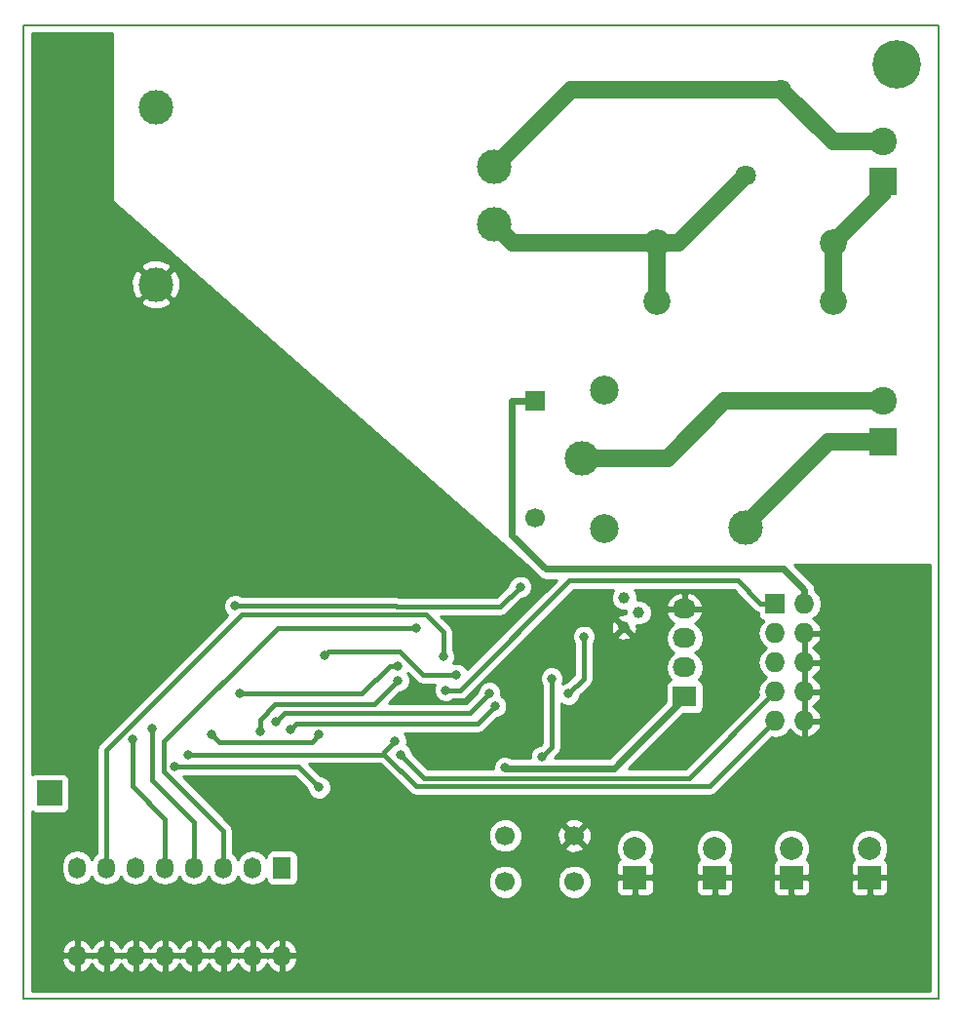
<source format=gbl>
G04 #@! TF.FileFunction,Copper,L2,Bot,Signal*
%FSLAX46Y46*%
G04 Gerber Fmt 4.6, Leading zero omitted, Abs format (unit mm)*
G04 Created by KiCad (PCBNEW 4.1.0-alpha+201607200717+6988~46~ubuntu14.04.1-product) date Thu Jul 21 10:48:00 2016*
%MOMM*%
%LPD*%
G01*
G04 APERTURE LIST*
%ADD10C,0.100000*%
%ADD11C,0.150000*%
%ADD12C,4.200000*%
%ADD13C,3.000000*%
%ADD14R,1.727200X1.727200*%
%ADD15O,1.727200X1.727200*%
%ADD16R,2.000000X2.000000*%
%ADD17C,2.000000*%
%ADD18C,1.699260*%
%ADD19R,1.699260X1.699260*%
%ADD20R,2.032000X1.727200*%
%ADD21O,2.032000X1.727200*%
%ADD22R,2.235200X2.235200*%
%ADD23C,1.000760*%
%ADD24C,1.700000*%
%ADD25C,2.400000*%
%ADD26R,2.400000X2.400000*%
%ADD27C,2.349500*%
%ADD28C,1.800000*%
%ADD29R,1.524000X1.824000*%
%ADD30O,1.524000X1.824000*%
%ADD31C,2.500000*%
%ADD32C,0.800000*%
%ADD33C,0.600000*%
%ADD34C,0.400000*%
%ADD35C,1.500000*%
%ADD36C,0.254000*%
G04 APERTURE END LIST*
D10*
D11*
X98298000Y-132207000D02*
X98298000Y-47688500D01*
X177736500Y-132207000D02*
X98298000Y-132207000D01*
X177736500Y-47688500D02*
X177736500Y-132207000D01*
X98298000Y-47688500D02*
X177736500Y-47688500D01*
D12*
X174117000Y-128397000D03*
X101727000Y-80073500D03*
X174117000Y-51117500D03*
X130175000Y-128270000D03*
X174117000Y-96964500D03*
D13*
X139160000Y-64984000D03*
X139160000Y-59984000D03*
X109760000Y-70184000D03*
X109760000Y-54784000D03*
D14*
X163576000Y-97917000D03*
D15*
X166116000Y-97917000D03*
X163576000Y-100457000D03*
X166116000Y-100457000D03*
X163576000Y-102997000D03*
X166116000Y-102997000D03*
X163576000Y-105537000D03*
X166116000Y-105537000D03*
X163576000Y-108077000D03*
X166116000Y-108077000D03*
D16*
X151384000Y-121666000D03*
D17*
X151384000Y-119126000D03*
D16*
X158305500Y-121666000D03*
D17*
X158305500Y-119126000D03*
D16*
X164973000Y-121666000D03*
D17*
X164973000Y-119126000D03*
D16*
X171767500Y-121666000D03*
D17*
X171767500Y-119126000D03*
D18*
X142748000Y-90487500D03*
D19*
X142748000Y-80327500D03*
D20*
X155702000Y-105981500D03*
D21*
X155702000Y-103441500D03*
X155702000Y-100901500D03*
X155702000Y-98361500D03*
D22*
X100520500Y-114363500D03*
D23*
X151701500Y-98670000D03*
X150431500Y-99940000D03*
X150431500Y-97400000D03*
D24*
X146113500Y-122047000D03*
X140113500Y-122047000D03*
X146113500Y-118047000D03*
X140113500Y-118047000D03*
D25*
X172974000Y-57777500D03*
D26*
X172974000Y-61277500D03*
D25*
X172974000Y-80320000D03*
D26*
X172974000Y-83820000D03*
D27*
X153311860Y-71691500D03*
X153311860Y-66611500D03*
X168633140Y-71691500D03*
X168633140Y-66611500D03*
D28*
X160972500Y-60769500D03*
X164072500Y-53269500D03*
D12*
X101600000Y-51308000D03*
D29*
X120713500Y-120840500D03*
D30*
X120713500Y-128460500D03*
X118173500Y-120840500D03*
X118173500Y-128460500D03*
X115633500Y-120840500D03*
X115633500Y-128460500D03*
X113093500Y-120840500D03*
X113093500Y-128460500D03*
X110553500Y-120840500D03*
X110553500Y-128460500D03*
X108013500Y-120840500D03*
X108013500Y-128460500D03*
X105473500Y-120840500D03*
X105473500Y-128460500D03*
X102933500Y-120840500D03*
X102933500Y-128460500D03*
D31*
X148722500Y-91361500D03*
X148722500Y-79361500D03*
D13*
X146772500Y-85311500D03*
X160972500Y-91311500D03*
D32*
X135890000Y-104076500D03*
X124396500Y-102425500D03*
X140081000Y-112141000D03*
X134937500Y-105410000D03*
X143289924Y-111204490D03*
X144145000Y-104394000D03*
X131000500Y-110998000D03*
X130556000Y-109855000D03*
X112585500Y-110998000D03*
X145605500Y-105727500D03*
X146939000Y-100774500D03*
X141413306Y-96449071D03*
X116649500Y-98107500D03*
X114617500Y-109283504D03*
X123952000Y-109283500D03*
X123952000Y-113855500D03*
X111390010Y-112077500D03*
X121447721Y-108844610D03*
X139255500Y-106807000D03*
X120205500Y-108140500D03*
X138747500Y-105664000D03*
X132397500Y-100012500D03*
X109400451Y-108757676D03*
X130810004Y-103314500D03*
X117095404Y-105718000D03*
X107736187Y-109657686D03*
X130810000Y-104584496D03*
X118808500Y-109029500D03*
X134747000Y-102489000D03*
D33*
X166116000Y-97917000D02*
X166116000Y-96695686D01*
X166116000Y-96695686D02*
X164320314Y-94900000D01*
X164320314Y-94900000D02*
X143668000Y-94900000D01*
X143668000Y-94900000D02*
X140716000Y-91948000D01*
X140716000Y-91948000D02*
X140716000Y-80327500D01*
X140716000Y-80327500D02*
X142748000Y-80327500D01*
D34*
X124396500Y-102425500D02*
X124796499Y-102025501D01*
X130916503Y-102025501D02*
X132967502Y-104076500D01*
X132967502Y-104076500D02*
X135890000Y-104076500D01*
X124796499Y-102025501D02*
X130916503Y-102025501D01*
D33*
X155702000Y-106045000D02*
X149542500Y-112204500D01*
X140144500Y-112204500D02*
X140081000Y-112141000D01*
X149542500Y-112204500D02*
X140144500Y-112204500D01*
D34*
X155702000Y-105981500D02*
X155702000Y-106045000D01*
X163576000Y-97917000D02*
X162312400Y-97917000D01*
X162312400Y-97917000D02*
X160295400Y-95900000D01*
X136206002Y-105410000D02*
X134937500Y-105410000D01*
X160295400Y-95900000D02*
X145716002Y-95900000D01*
X145716002Y-95900000D02*
X136206002Y-105410000D01*
X144145000Y-104394000D02*
X144145000Y-110349414D01*
X144145000Y-110349414D02*
X143289924Y-111204490D01*
X133043502Y-113041002D02*
X131000500Y-110998000D01*
X163576000Y-105537000D02*
X156071998Y-113041002D01*
X156071998Y-113041002D02*
X133043502Y-113041002D01*
X129603500Y-110807500D02*
X130556000Y-109855000D01*
X129603500Y-110998000D02*
X129603500Y-110807500D01*
X132346513Y-113741013D02*
X129603500Y-110998000D01*
X157911987Y-113741013D02*
X132346513Y-113741013D01*
X163576000Y-108077000D02*
X157911987Y-113741013D01*
X112585500Y-110998000D02*
X129603500Y-110998000D01*
X146939000Y-104394000D02*
X145605500Y-105727500D01*
X146939000Y-100774500D02*
X146939000Y-104394000D01*
X130608557Y-98107500D02*
X130659545Y-98158488D01*
X130659545Y-98158488D02*
X139703889Y-98158488D01*
X116649500Y-98107500D02*
X130608557Y-98107500D01*
X139703889Y-98158488D02*
X141413306Y-96449071D01*
X123305984Y-109929516D02*
X115263512Y-109929516D01*
X115263512Y-109929516D02*
X114617500Y-109283504D01*
X123952000Y-109283500D02*
X123305984Y-109929516D01*
X122174000Y-112077500D02*
X123952000Y-113855500D01*
X111390010Y-112077500D02*
X122174000Y-112077500D01*
D35*
X164072500Y-53269500D02*
X145874500Y-53269500D01*
X145874500Y-53269500D02*
X139160000Y-59984000D01*
X172974000Y-57777500D02*
X168580500Y-57777500D01*
X168580500Y-57777500D02*
X164072500Y-53269500D01*
X160972500Y-91311500D02*
X160972500Y-91027500D01*
X160972500Y-91027500D02*
X168180000Y-83820000D01*
X168180000Y-83820000D02*
X172974000Y-83820000D01*
X146772500Y-85311500D02*
X154188500Y-85311500D01*
X154188500Y-85311500D02*
X159180000Y-80320000D01*
X159180000Y-80320000D02*
X172974000Y-80320000D01*
X153311860Y-66611500D02*
X140787500Y-66611500D01*
X140787500Y-66611500D02*
X139160000Y-64984000D01*
X153311860Y-66611500D02*
X155130500Y-66611500D01*
X155130500Y-66611500D02*
X160972500Y-60769500D01*
X153311860Y-66611500D02*
X153311860Y-71691500D01*
X168633140Y-66611500D02*
X168633140Y-71691500D01*
X172974000Y-61277500D02*
X172974000Y-62270640D01*
X172974000Y-62270640D02*
X168633140Y-66611500D01*
D34*
X121961331Y-108331000D02*
X121447721Y-108844610D01*
X137731500Y-108331000D02*
X121961331Y-108331000D01*
X139255500Y-106807000D02*
X137731500Y-108331000D01*
X120978502Y-107367498D02*
X120205500Y-108140500D01*
X137044002Y-107367498D02*
X120978502Y-107367498D01*
X138747500Y-105664000D02*
X137044002Y-107367498D01*
X120332500Y-100012500D02*
X132397500Y-100012500D01*
X110490000Y-109855000D02*
X120332500Y-100012500D01*
X115633500Y-117602000D02*
X110490000Y-112458500D01*
X115633500Y-120840500D02*
X115633500Y-117602000D01*
X110490000Y-112458500D02*
X110490000Y-109855000D01*
X109400451Y-113210451D02*
X109400451Y-108757676D01*
X113093500Y-116903500D02*
X109400451Y-113210451D01*
X113093500Y-120840500D02*
X113093500Y-116903500D01*
X130072010Y-103314500D02*
X130810004Y-103314500D01*
X127668510Y-105718000D02*
X130072010Y-103314500D01*
X117095404Y-105718000D02*
X127668510Y-105718000D01*
X107736187Y-113768687D02*
X107736187Y-109657686D01*
X110553500Y-116586000D02*
X107736187Y-113768687D01*
X110553500Y-120840500D02*
X110553500Y-116586000D01*
X128776486Y-106618010D02*
X130810000Y-104584496D01*
X120141986Y-106618010D02*
X128776486Y-106618010D01*
X118808500Y-107951496D02*
X120141986Y-106618010D01*
X118808500Y-109029500D02*
X118808500Y-107951496D01*
X117190860Y-98871011D02*
X133224511Y-98871011D01*
X105473500Y-110588371D02*
X117190860Y-98871011D01*
X105473500Y-120840500D02*
X105473500Y-110588371D01*
X134747000Y-100393500D02*
X134747000Y-102489000D01*
X133224511Y-98871011D02*
X134747000Y-100393500D01*
D36*
G36*
X105973000Y-62900000D02*
X105986141Y-62956259D01*
X106016338Y-62995549D01*
X126916100Y-81295341D01*
X141916100Y-94495341D01*
X141951399Y-94517333D01*
X141965934Y-94520224D01*
X143006855Y-95561145D01*
X143310191Y-95763827D01*
X143668000Y-95835000D01*
X144600134Y-95835000D01*
X136819462Y-103615672D01*
X136767942Y-103490985D01*
X136477046Y-103199581D01*
X136096777Y-103041680D01*
X135685029Y-103041321D01*
X135628668Y-103064609D01*
X135781820Y-102695777D01*
X135782179Y-102284029D01*
X135624942Y-101903485D01*
X135582000Y-101860468D01*
X135582000Y-100393500D01*
X135569369Y-100330000D01*
X135518440Y-100073960D01*
X135337434Y-99803066D01*
X134527856Y-98993488D01*
X139703889Y-98993488D01*
X140023430Y-98929927D01*
X140294323Y-98748922D01*
X141559047Y-97484198D01*
X141618277Y-97484250D01*
X141998821Y-97327013D01*
X142290225Y-97036117D01*
X142448126Y-96655848D01*
X142448485Y-96244100D01*
X142291248Y-95863556D01*
X142000352Y-95572152D01*
X141620083Y-95414251D01*
X141208335Y-95413892D01*
X140827791Y-95571129D01*
X140536387Y-95862025D01*
X140378486Y-96242294D01*
X140378433Y-96303076D01*
X139358021Y-97323488D01*
X130864890Y-97323488D01*
X130608557Y-97272500D01*
X117278392Y-97272500D01*
X117236546Y-97230581D01*
X116856277Y-97072680D01*
X116444529Y-97072321D01*
X116063985Y-97229558D01*
X115772581Y-97520454D01*
X115614680Y-97900723D01*
X115614321Y-98312471D01*
X115771558Y-98693015D01*
X115979591Y-98901412D01*
X104883066Y-109997937D01*
X104702061Y-110268830D01*
X104638500Y-110588371D01*
X104638500Y-119570247D01*
X104485672Y-119672364D01*
X104203500Y-120094663D01*
X103921328Y-119672364D01*
X103468109Y-119369532D01*
X102933500Y-119263192D01*
X102398891Y-119369532D01*
X101945672Y-119672364D01*
X101642840Y-120125583D01*
X101536500Y-120660192D01*
X101536500Y-121020808D01*
X101642840Y-121555417D01*
X101945672Y-122008636D01*
X102398891Y-122311468D01*
X102933500Y-122417808D01*
X103468109Y-122311468D01*
X103921328Y-122008636D01*
X104203500Y-121586337D01*
X104485672Y-122008636D01*
X104938891Y-122311468D01*
X105473500Y-122417808D01*
X106008109Y-122311468D01*
X106461328Y-122008636D01*
X106743500Y-121586337D01*
X107025672Y-122008636D01*
X107478891Y-122311468D01*
X108013500Y-122417808D01*
X108548109Y-122311468D01*
X109001328Y-122008636D01*
X109283500Y-121586337D01*
X109565672Y-122008636D01*
X110018891Y-122311468D01*
X110553500Y-122417808D01*
X111088109Y-122311468D01*
X111541328Y-122008636D01*
X111823500Y-121586337D01*
X112105672Y-122008636D01*
X112558891Y-122311468D01*
X113093500Y-122417808D01*
X113628109Y-122311468D01*
X114081328Y-122008636D01*
X114363500Y-121586337D01*
X114645672Y-122008636D01*
X115098891Y-122311468D01*
X115633500Y-122417808D01*
X116168109Y-122311468D01*
X116621328Y-122008636D01*
X116903500Y-121586337D01*
X117185672Y-122008636D01*
X117638891Y-122311468D01*
X118173500Y-122417808D01*
X118708109Y-122311468D01*
X119161328Y-122008636D01*
X119310578Y-121785268D01*
X119353343Y-122000265D01*
X119493691Y-122210309D01*
X119703735Y-122350657D01*
X119951500Y-122399940D01*
X121475500Y-122399940D01*
X121723265Y-122350657D01*
X121737584Y-122341089D01*
X138628243Y-122341089D01*
X138853844Y-122887086D01*
X139271217Y-123305188D01*
X139816819Y-123531742D01*
X140407589Y-123532257D01*
X140953586Y-123306656D01*
X141371688Y-122889283D01*
X141598242Y-122343681D01*
X141598244Y-122341089D01*
X144628243Y-122341089D01*
X144853844Y-122887086D01*
X145271217Y-123305188D01*
X145816819Y-123531742D01*
X146407589Y-123532257D01*
X146953586Y-123306656D01*
X147371688Y-122889283D01*
X147598242Y-122343681D01*
X147598583Y-121951750D01*
X149749000Y-121951750D01*
X149749000Y-122792310D01*
X149845673Y-123025699D01*
X150024302Y-123204327D01*
X150257691Y-123301000D01*
X151098250Y-123301000D01*
X151257000Y-123142250D01*
X151257000Y-121793000D01*
X151511000Y-121793000D01*
X151511000Y-123142250D01*
X151669750Y-123301000D01*
X152510309Y-123301000D01*
X152743698Y-123204327D01*
X152922327Y-123025699D01*
X153019000Y-122792310D01*
X153019000Y-121951750D01*
X156670500Y-121951750D01*
X156670500Y-122792310D01*
X156767173Y-123025699D01*
X156945802Y-123204327D01*
X157179191Y-123301000D01*
X158019750Y-123301000D01*
X158178500Y-123142250D01*
X158178500Y-121793000D01*
X158432500Y-121793000D01*
X158432500Y-123142250D01*
X158591250Y-123301000D01*
X159431809Y-123301000D01*
X159665198Y-123204327D01*
X159843827Y-123025699D01*
X159940500Y-122792310D01*
X159940500Y-121951750D01*
X163338000Y-121951750D01*
X163338000Y-122792310D01*
X163434673Y-123025699D01*
X163613302Y-123204327D01*
X163846691Y-123301000D01*
X164687250Y-123301000D01*
X164846000Y-123142250D01*
X164846000Y-121793000D01*
X165100000Y-121793000D01*
X165100000Y-123142250D01*
X165258750Y-123301000D01*
X166099309Y-123301000D01*
X166332698Y-123204327D01*
X166511327Y-123025699D01*
X166608000Y-122792310D01*
X166608000Y-121951750D01*
X170132500Y-121951750D01*
X170132500Y-122792310D01*
X170229173Y-123025699D01*
X170407802Y-123204327D01*
X170641191Y-123301000D01*
X171481750Y-123301000D01*
X171640500Y-123142250D01*
X171640500Y-121793000D01*
X171894500Y-121793000D01*
X171894500Y-123142250D01*
X172053250Y-123301000D01*
X172893809Y-123301000D01*
X173127198Y-123204327D01*
X173305827Y-123025699D01*
X173402500Y-122792310D01*
X173402500Y-121951750D01*
X173243750Y-121793000D01*
X171894500Y-121793000D01*
X171640500Y-121793000D01*
X170291250Y-121793000D01*
X170132500Y-121951750D01*
X166608000Y-121951750D01*
X166449250Y-121793000D01*
X165100000Y-121793000D01*
X164846000Y-121793000D01*
X163496750Y-121793000D01*
X163338000Y-121951750D01*
X159940500Y-121951750D01*
X159781750Y-121793000D01*
X158432500Y-121793000D01*
X158178500Y-121793000D01*
X156829250Y-121793000D01*
X156670500Y-121951750D01*
X153019000Y-121951750D01*
X152860250Y-121793000D01*
X151511000Y-121793000D01*
X151257000Y-121793000D01*
X149907750Y-121793000D01*
X149749000Y-121951750D01*
X147598583Y-121951750D01*
X147598757Y-121752911D01*
X147373156Y-121206914D01*
X146955783Y-120788812D01*
X146410181Y-120562258D01*
X145819411Y-120561743D01*
X145273414Y-120787344D01*
X144855312Y-121204717D01*
X144628758Y-121750319D01*
X144628243Y-122341089D01*
X141598244Y-122341089D01*
X141598757Y-121752911D01*
X141373156Y-121206914D01*
X140955783Y-120788812D01*
X140410181Y-120562258D01*
X139819411Y-120561743D01*
X139273414Y-120787344D01*
X138855312Y-121204717D01*
X138628758Y-121750319D01*
X138628243Y-122341089D01*
X121737584Y-122341089D01*
X121933309Y-122210309D01*
X122073657Y-122000265D01*
X122122940Y-121752500D01*
X122122940Y-119928500D01*
X122073657Y-119680735D01*
X121933309Y-119470691D01*
X121723265Y-119330343D01*
X121475500Y-119281060D01*
X119951500Y-119281060D01*
X119703735Y-119330343D01*
X119493691Y-119470691D01*
X119353343Y-119680735D01*
X119310578Y-119895732D01*
X119161328Y-119672364D01*
X118708109Y-119369532D01*
X118173500Y-119263192D01*
X117638891Y-119369532D01*
X117185672Y-119672364D01*
X116903500Y-120094663D01*
X116621328Y-119672364D01*
X116468500Y-119570247D01*
X116468500Y-118341089D01*
X138628243Y-118341089D01*
X138853844Y-118887086D01*
X139271217Y-119305188D01*
X139816819Y-119531742D01*
X140407589Y-119532257D01*
X140953586Y-119306656D01*
X141169660Y-119090958D01*
X145249147Y-119090958D01*
X145329420Y-119342259D01*
X145884779Y-119543718D01*
X146474958Y-119517315D01*
X146637965Y-119449795D01*
X149748716Y-119449795D01*
X149997106Y-120050943D01*
X150059251Y-120113197D01*
X150024302Y-120127673D01*
X149845673Y-120306301D01*
X149749000Y-120539690D01*
X149749000Y-121380250D01*
X149907750Y-121539000D01*
X151257000Y-121539000D01*
X151257000Y-121519000D01*
X151511000Y-121519000D01*
X151511000Y-121539000D01*
X152860250Y-121539000D01*
X153019000Y-121380250D01*
X153019000Y-120539690D01*
X152922327Y-120306301D01*
X152743698Y-120127673D01*
X152709166Y-120113370D01*
X152769278Y-120053363D01*
X153018716Y-119452648D01*
X153018718Y-119449795D01*
X156670216Y-119449795D01*
X156918606Y-120050943D01*
X156980751Y-120113197D01*
X156945802Y-120127673D01*
X156767173Y-120306301D01*
X156670500Y-120539690D01*
X156670500Y-121380250D01*
X156829250Y-121539000D01*
X158178500Y-121539000D01*
X158178500Y-121519000D01*
X158432500Y-121519000D01*
X158432500Y-121539000D01*
X159781750Y-121539000D01*
X159940500Y-121380250D01*
X159940500Y-120539690D01*
X159843827Y-120306301D01*
X159665198Y-120127673D01*
X159630666Y-120113370D01*
X159690778Y-120053363D01*
X159940216Y-119452648D01*
X159940218Y-119449795D01*
X163337716Y-119449795D01*
X163586106Y-120050943D01*
X163648251Y-120113197D01*
X163613302Y-120127673D01*
X163434673Y-120306301D01*
X163338000Y-120539690D01*
X163338000Y-121380250D01*
X163496750Y-121539000D01*
X164846000Y-121539000D01*
X164846000Y-121519000D01*
X165100000Y-121519000D01*
X165100000Y-121539000D01*
X166449250Y-121539000D01*
X166608000Y-121380250D01*
X166608000Y-120539690D01*
X166511327Y-120306301D01*
X166332698Y-120127673D01*
X166298166Y-120113370D01*
X166358278Y-120053363D01*
X166607716Y-119452648D01*
X166607718Y-119449795D01*
X170132216Y-119449795D01*
X170380606Y-120050943D01*
X170442751Y-120113197D01*
X170407802Y-120127673D01*
X170229173Y-120306301D01*
X170132500Y-120539690D01*
X170132500Y-121380250D01*
X170291250Y-121539000D01*
X171640500Y-121539000D01*
X171640500Y-121519000D01*
X171894500Y-121519000D01*
X171894500Y-121539000D01*
X173243750Y-121539000D01*
X173402500Y-121380250D01*
X173402500Y-120539690D01*
X173305827Y-120306301D01*
X173127198Y-120127673D01*
X173092666Y-120113370D01*
X173152778Y-120053363D01*
X173402216Y-119452648D01*
X173402784Y-118802205D01*
X173154394Y-118201057D01*
X172694863Y-117740722D01*
X172094148Y-117491284D01*
X171443705Y-117490716D01*
X170842557Y-117739106D01*
X170382222Y-118198637D01*
X170132784Y-118799352D01*
X170132216Y-119449795D01*
X166607718Y-119449795D01*
X166608284Y-118802205D01*
X166359894Y-118201057D01*
X165900363Y-117740722D01*
X165299648Y-117491284D01*
X164649205Y-117490716D01*
X164048057Y-117739106D01*
X163587722Y-118198637D01*
X163338284Y-118799352D01*
X163337716Y-119449795D01*
X159940218Y-119449795D01*
X159940784Y-118802205D01*
X159692394Y-118201057D01*
X159232863Y-117740722D01*
X158632148Y-117491284D01*
X157981705Y-117490716D01*
X157380557Y-117739106D01*
X156920222Y-118198637D01*
X156670784Y-118799352D01*
X156670216Y-119449795D01*
X153018718Y-119449795D01*
X153019284Y-118802205D01*
X152770894Y-118201057D01*
X152311363Y-117740722D01*
X151710648Y-117491284D01*
X151060205Y-117490716D01*
X150459057Y-117739106D01*
X149998722Y-118198637D01*
X149749284Y-118799352D01*
X149748716Y-119449795D01*
X146637965Y-119449795D01*
X146897580Y-119342259D01*
X146977853Y-119090958D01*
X146113500Y-118226605D01*
X145249147Y-119090958D01*
X141169660Y-119090958D01*
X141371688Y-118889283D01*
X141598242Y-118343681D01*
X141598700Y-117818279D01*
X144616782Y-117818279D01*
X144643185Y-118408458D01*
X144818241Y-118831080D01*
X145069542Y-118911353D01*
X145933895Y-118047000D01*
X146293105Y-118047000D01*
X147157458Y-118911353D01*
X147408759Y-118831080D01*
X147610218Y-118275721D01*
X147583815Y-117685542D01*
X147408759Y-117262920D01*
X147157458Y-117182647D01*
X146293105Y-118047000D01*
X145933895Y-118047000D01*
X145069542Y-117182647D01*
X144818241Y-117262920D01*
X144616782Y-117818279D01*
X141598700Y-117818279D01*
X141598757Y-117752911D01*
X141373156Y-117206914D01*
X141169640Y-117003042D01*
X145249147Y-117003042D01*
X146113500Y-117867395D01*
X146977853Y-117003042D01*
X146897580Y-116751741D01*
X146342221Y-116550282D01*
X145752042Y-116576685D01*
X145329420Y-116751741D01*
X145249147Y-117003042D01*
X141169640Y-117003042D01*
X140955783Y-116788812D01*
X140410181Y-116562258D01*
X139819411Y-116561743D01*
X139273414Y-116787344D01*
X138855312Y-117204717D01*
X138628758Y-117750319D01*
X138628243Y-118341089D01*
X116468500Y-118341089D01*
X116468500Y-117602000D01*
X116404939Y-117282459D01*
X116223934Y-117011566D01*
X112124868Y-112912500D01*
X121828132Y-112912500D01*
X122916873Y-114001241D01*
X122916821Y-114060471D01*
X123074058Y-114441015D01*
X123364954Y-114732419D01*
X123745223Y-114890320D01*
X124156971Y-114890679D01*
X124537515Y-114733442D01*
X124828919Y-114442546D01*
X124986820Y-114062277D01*
X124987179Y-113650529D01*
X124829942Y-113269985D01*
X124539046Y-112978581D01*
X124158777Y-112820680D01*
X124097995Y-112820627D01*
X123110368Y-111833000D01*
X129257632Y-111833000D01*
X131756079Y-114331447D01*
X132026972Y-114512452D01*
X132346513Y-114576013D01*
X157911987Y-114576013D01*
X158231528Y-114512452D01*
X158502421Y-114331447D01*
X163306112Y-109527756D01*
X163546641Y-109575600D01*
X163605359Y-109575600D01*
X164178848Y-109461526D01*
X164665029Y-109136670D01*
X164845992Y-108865839D01*
X165227510Y-109283821D01*
X165756973Y-109531968D01*
X165989000Y-109411469D01*
X165989000Y-108204000D01*
X166243000Y-108204000D01*
X166243000Y-109411469D01*
X166475027Y-109531968D01*
X167004490Y-109283821D01*
X167398688Y-108851947D01*
X167570958Y-108436026D01*
X167449817Y-108204000D01*
X166243000Y-108204000D01*
X165989000Y-108204000D01*
X165969000Y-108204000D01*
X165969000Y-107950000D01*
X165989000Y-107950000D01*
X165989000Y-105664000D01*
X166243000Y-105664000D01*
X166243000Y-107950000D01*
X167449817Y-107950000D01*
X167570958Y-107717974D01*
X167398688Y-107302053D01*
X167004490Y-106870179D01*
X166869687Y-106807000D01*
X167004490Y-106743821D01*
X167398688Y-106311947D01*
X167570958Y-105896026D01*
X167449817Y-105664000D01*
X166243000Y-105664000D01*
X165989000Y-105664000D01*
X165969000Y-105664000D01*
X165969000Y-105410000D01*
X165989000Y-105410000D01*
X165989000Y-103124000D01*
X166243000Y-103124000D01*
X166243000Y-105410000D01*
X167449817Y-105410000D01*
X167570958Y-105177974D01*
X167398688Y-104762053D01*
X167004490Y-104330179D01*
X166869687Y-104267000D01*
X167004490Y-104203821D01*
X167398688Y-103771947D01*
X167570958Y-103356026D01*
X167449817Y-103124000D01*
X166243000Y-103124000D01*
X165989000Y-103124000D01*
X165969000Y-103124000D01*
X165969000Y-102870000D01*
X165989000Y-102870000D01*
X165989000Y-100584000D01*
X166243000Y-100584000D01*
X166243000Y-102870000D01*
X167449817Y-102870000D01*
X167570958Y-102637974D01*
X167398688Y-102222053D01*
X167004490Y-101790179D01*
X166869687Y-101727000D01*
X167004490Y-101663821D01*
X167398688Y-101231947D01*
X167570958Y-100816026D01*
X167449817Y-100584000D01*
X166243000Y-100584000D01*
X165989000Y-100584000D01*
X165969000Y-100584000D01*
X165969000Y-100330000D01*
X165989000Y-100330000D01*
X165989000Y-100310000D01*
X166243000Y-100310000D01*
X166243000Y-100330000D01*
X167449817Y-100330000D01*
X167570958Y-100097974D01*
X167398688Y-99682053D01*
X167004490Y-99250179D01*
X166881772Y-99192664D01*
X167205029Y-98976670D01*
X167529885Y-98490489D01*
X167643959Y-97917000D01*
X167529885Y-97343511D01*
X167205029Y-96857330D01*
X167051000Y-96754411D01*
X167051000Y-96695686D01*
X166979827Y-96337877D01*
X166777145Y-96034541D01*
X166777142Y-96034539D01*
X165269604Y-94527000D01*
X177026500Y-94527000D01*
X177026500Y-131497000D01*
X99008000Y-131497000D01*
X99008000Y-128806485D01*
X101549071Y-128806485D01*
X101729455Y-129321365D01*
X102093144Y-129728022D01*
X102584769Y-129964546D01*
X102590430Y-129964720D01*
X102806500Y-129842220D01*
X102806500Y-128587500D01*
X103060500Y-128587500D01*
X103060500Y-129842220D01*
X103276570Y-129964720D01*
X103282231Y-129964546D01*
X103773856Y-129728022D01*
X104137545Y-129321365D01*
X104203500Y-129133106D01*
X104269455Y-129321365D01*
X104633144Y-129728022D01*
X105124769Y-129964546D01*
X105130430Y-129964720D01*
X105346500Y-129842220D01*
X105346500Y-128587500D01*
X105600500Y-128587500D01*
X105600500Y-129842220D01*
X105816570Y-129964720D01*
X105822231Y-129964546D01*
X106313856Y-129728022D01*
X106677545Y-129321365D01*
X106743500Y-129133106D01*
X106809455Y-129321365D01*
X107173144Y-129728022D01*
X107664769Y-129964546D01*
X107670430Y-129964720D01*
X107886500Y-129842220D01*
X107886500Y-128587500D01*
X108140500Y-128587500D01*
X108140500Y-129842220D01*
X108356570Y-129964720D01*
X108362231Y-129964546D01*
X108853856Y-129728022D01*
X109217545Y-129321365D01*
X109283500Y-129133106D01*
X109349455Y-129321365D01*
X109713144Y-129728022D01*
X110204769Y-129964546D01*
X110210430Y-129964720D01*
X110426500Y-129842220D01*
X110426500Y-128587500D01*
X110680500Y-128587500D01*
X110680500Y-129842220D01*
X110896570Y-129964720D01*
X110902231Y-129964546D01*
X111393856Y-129728022D01*
X111757545Y-129321365D01*
X111823500Y-129133106D01*
X111889455Y-129321365D01*
X112253144Y-129728022D01*
X112744769Y-129964546D01*
X112750430Y-129964720D01*
X112966500Y-129842220D01*
X112966500Y-128587500D01*
X113220500Y-128587500D01*
X113220500Y-129842220D01*
X113436570Y-129964720D01*
X113442231Y-129964546D01*
X113933856Y-129728022D01*
X114297545Y-129321365D01*
X114363500Y-129133106D01*
X114429455Y-129321365D01*
X114793144Y-129728022D01*
X115284769Y-129964546D01*
X115290430Y-129964720D01*
X115506500Y-129842220D01*
X115506500Y-128587500D01*
X115760500Y-128587500D01*
X115760500Y-129842220D01*
X115976570Y-129964720D01*
X115982231Y-129964546D01*
X116473856Y-129728022D01*
X116837545Y-129321365D01*
X116903500Y-129133106D01*
X116969455Y-129321365D01*
X117333144Y-129728022D01*
X117824769Y-129964546D01*
X117830430Y-129964720D01*
X118046500Y-129842220D01*
X118046500Y-128587500D01*
X118300500Y-128587500D01*
X118300500Y-129842220D01*
X118516570Y-129964720D01*
X118522231Y-129964546D01*
X119013856Y-129728022D01*
X119377545Y-129321365D01*
X119443500Y-129133106D01*
X119509455Y-129321365D01*
X119873144Y-129728022D01*
X120364769Y-129964546D01*
X120370430Y-129964720D01*
X120586500Y-129842220D01*
X120586500Y-128587500D01*
X120840500Y-128587500D01*
X120840500Y-129842220D01*
X121056570Y-129964720D01*
X121062231Y-129964546D01*
X121553856Y-129728022D01*
X121917545Y-129321365D01*
X122097929Y-128806485D01*
X121952793Y-128587500D01*
X120840500Y-128587500D01*
X120586500Y-128587500D01*
X119474207Y-128587500D01*
X119443500Y-128633832D01*
X119412793Y-128587500D01*
X118300500Y-128587500D01*
X118046500Y-128587500D01*
X116934207Y-128587500D01*
X116903500Y-128633832D01*
X116872793Y-128587500D01*
X115760500Y-128587500D01*
X115506500Y-128587500D01*
X114394207Y-128587500D01*
X114363500Y-128633832D01*
X114332793Y-128587500D01*
X113220500Y-128587500D01*
X112966500Y-128587500D01*
X111854207Y-128587500D01*
X111823500Y-128633832D01*
X111792793Y-128587500D01*
X110680500Y-128587500D01*
X110426500Y-128587500D01*
X109314207Y-128587500D01*
X109283500Y-128633832D01*
X109252793Y-128587500D01*
X108140500Y-128587500D01*
X107886500Y-128587500D01*
X106774207Y-128587500D01*
X106743500Y-128633832D01*
X106712793Y-128587500D01*
X105600500Y-128587500D01*
X105346500Y-128587500D01*
X104234207Y-128587500D01*
X104203500Y-128633832D01*
X104172793Y-128587500D01*
X103060500Y-128587500D01*
X102806500Y-128587500D01*
X101694207Y-128587500D01*
X101549071Y-128806485D01*
X99008000Y-128806485D01*
X99008000Y-128114515D01*
X101549071Y-128114515D01*
X101694207Y-128333500D01*
X102806500Y-128333500D01*
X102806500Y-127078780D01*
X103060500Y-127078780D01*
X103060500Y-128333500D01*
X104172793Y-128333500D01*
X104203500Y-128287168D01*
X104234207Y-128333500D01*
X105346500Y-128333500D01*
X105346500Y-127078780D01*
X105600500Y-127078780D01*
X105600500Y-128333500D01*
X106712793Y-128333500D01*
X106743500Y-128287168D01*
X106774207Y-128333500D01*
X107886500Y-128333500D01*
X107886500Y-127078780D01*
X108140500Y-127078780D01*
X108140500Y-128333500D01*
X109252793Y-128333500D01*
X109283500Y-128287168D01*
X109314207Y-128333500D01*
X110426500Y-128333500D01*
X110426500Y-127078780D01*
X110680500Y-127078780D01*
X110680500Y-128333500D01*
X111792793Y-128333500D01*
X111823500Y-128287168D01*
X111854207Y-128333500D01*
X112966500Y-128333500D01*
X112966500Y-127078780D01*
X113220500Y-127078780D01*
X113220500Y-128333500D01*
X114332793Y-128333500D01*
X114363500Y-128287168D01*
X114394207Y-128333500D01*
X115506500Y-128333500D01*
X115506500Y-127078780D01*
X115760500Y-127078780D01*
X115760500Y-128333500D01*
X116872793Y-128333500D01*
X116903500Y-128287168D01*
X116934207Y-128333500D01*
X118046500Y-128333500D01*
X118046500Y-127078780D01*
X118300500Y-127078780D01*
X118300500Y-128333500D01*
X119412793Y-128333500D01*
X119443500Y-128287168D01*
X119474207Y-128333500D01*
X120586500Y-128333500D01*
X120586500Y-127078780D01*
X120840500Y-127078780D01*
X120840500Y-128333500D01*
X121952793Y-128333500D01*
X122097929Y-128114515D01*
X121917545Y-127599635D01*
X121553856Y-127192978D01*
X121062231Y-126956454D01*
X121056570Y-126956280D01*
X120840500Y-127078780D01*
X120586500Y-127078780D01*
X120370430Y-126956280D01*
X120364769Y-126956454D01*
X119873144Y-127192978D01*
X119509455Y-127599635D01*
X119443500Y-127787894D01*
X119377545Y-127599635D01*
X119013856Y-127192978D01*
X118522231Y-126956454D01*
X118516570Y-126956280D01*
X118300500Y-127078780D01*
X118046500Y-127078780D01*
X117830430Y-126956280D01*
X117824769Y-126956454D01*
X117333144Y-127192978D01*
X116969455Y-127599635D01*
X116903500Y-127787894D01*
X116837545Y-127599635D01*
X116473856Y-127192978D01*
X115982231Y-126956454D01*
X115976570Y-126956280D01*
X115760500Y-127078780D01*
X115506500Y-127078780D01*
X115290430Y-126956280D01*
X115284769Y-126956454D01*
X114793144Y-127192978D01*
X114429455Y-127599635D01*
X114363500Y-127787894D01*
X114297545Y-127599635D01*
X113933856Y-127192978D01*
X113442231Y-126956454D01*
X113436570Y-126956280D01*
X113220500Y-127078780D01*
X112966500Y-127078780D01*
X112750430Y-126956280D01*
X112744769Y-126956454D01*
X112253144Y-127192978D01*
X111889455Y-127599635D01*
X111823500Y-127787894D01*
X111757545Y-127599635D01*
X111393856Y-127192978D01*
X110902231Y-126956454D01*
X110896570Y-126956280D01*
X110680500Y-127078780D01*
X110426500Y-127078780D01*
X110210430Y-126956280D01*
X110204769Y-126956454D01*
X109713144Y-127192978D01*
X109349455Y-127599635D01*
X109283500Y-127787894D01*
X109217545Y-127599635D01*
X108853856Y-127192978D01*
X108362231Y-126956454D01*
X108356570Y-126956280D01*
X108140500Y-127078780D01*
X107886500Y-127078780D01*
X107670430Y-126956280D01*
X107664769Y-126956454D01*
X107173144Y-127192978D01*
X106809455Y-127599635D01*
X106743500Y-127787894D01*
X106677545Y-127599635D01*
X106313856Y-127192978D01*
X105822231Y-126956454D01*
X105816570Y-126956280D01*
X105600500Y-127078780D01*
X105346500Y-127078780D01*
X105130430Y-126956280D01*
X105124769Y-126956454D01*
X104633144Y-127192978D01*
X104269455Y-127599635D01*
X104203500Y-127787894D01*
X104137545Y-127599635D01*
X103773856Y-127192978D01*
X103282231Y-126956454D01*
X103276570Y-126956280D01*
X103060500Y-127078780D01*
X102806500Y-127078780D01*
X102590430Y-126956280D01*
X102584769Y-126956454D01*
X102093144Y-127192978D01*
X101729455Y-127599635D01*
X101549071Y-128114515D01*
X99008000Y-128114515D01*
X99008000Y-115980944D01*
X99155135Y-116079257D01*
X99402900Y-116128540D01*
X101638100Y-116128540D01*
X101885865Y-116079257D01*
X102095909Y-115938909D01*
X102236257Y-115728865D01*
X102285540Y-115481100D01*
X102285540Y-113245900D01*
X102236257Y-112998135D01*
X102095909Y-112788091D01*
X101885865Y-112647743D01*
X101638100Y-112598460D01*
X99402900Y-112598460D01*
X99155135Y-112647743D01*
X99008000Y-112746056D01*
X99008000Y-71697970D01*
X108425635Y-71697970D01*
X108585418Y-72016739D01*
X109376187Y-72326723D01*
X110225387Y-72310497D01*
X110934582Y-72016739D01*
X111094365Y-71697970D01*
X109760000Y-70363605D01*
X108425635Y-71697970D01*
X99008000Y-71697970D01*
X99008000Y-69800187D01*
X107617277Y-69800187D01*
X107633503Y-70649387D01*
X107927261Y-71358582D01*
X108246030Y-71518365D01*
X109580395Y-70184000D01*
X109939605Y-70184000D01*
X111273970Y-71518365D01*
X111592739Y-71358582D01*
X111902723Y-70567813D01*
X111886497Y-69718613D01*
X111592739Y-69009418D01*
X111273970Y-68849635D01*
X109939605Y-70184000D01*
X109580395Y-70184000D01*
X108246030Y-68849635D01*
X107927261Y-69009418D01*
X107617277Y-69800187D01*
X99008000Y-69800187D01*
X99008000Y-68670030D01*
X108425635Y-68670030D01*
X109760000Y-70004395D01*
X111094365Y-68670030D01*
X110934582Y-68351261D01*
X110143813Y-68041277D01*
X109294613Y-68057503D01*
X108585418Y-68351261D01*
X108425635Y-68670030D01*
X99008000Y-68670030D01*
X99008000Y-48398500D01*
X105973000Y-48398500D01*
X105973000Y-62900000D01*
X105973000Y-62900000D01*
G37*
X105973000Y-62900000D02*
X105986141Y-62956259D01*
X106016338Y-62995549D01*
X126916100Y-81295341D01*
X141916100Y-94495341D01*
X141951399Y-94517333D01*
X141965934Y-94520224D01*
X143006855Y-95561145D01*
X143310191Y-95763827D01*
X143668000Y-95835000D01*
X144600134Y-95835000D01*
X136819462Y-103615672D01*
X136767942Y-103490985D01*
X136477046Y-103199581D01*
X136096777Y-103041680D01*
X135685029Y-103041321D01*
X135628668Y-103064609D01*
X135781820Y-102695777D01*
X135782179Y-102284029D01*
X135624942Y-101903485D01*
X135582000Y-101860468D01*
X135582000Y-100393500D01*
X135569369Y-100330000D01*
X135518440Y-100073960D01*
X135337434Y-99803066D01*
X134527856Y-98993488D01*
X139703889Y-98993488D01*
X140023430Y-98929927D01*
X140294323Y-98748922D01*
X141559047Y-97484198D01*
X141618277Y-97484250D01*
X141998821Y-97327013D01*
X142290225Y-97036117D01*
X142448126Y-96655848D01*
X142448485Y-96244100D01*
X142291248Y-95863556D01*
X142000352Y-95572152D01*
X141620083Y-95414251D01*
X141208335Y-95413892D01*
X140827791Y-95571129D01*
X140536387Y-95862025D01*
X140378486Y-96242294D01*
X140378433Y-96303076D01*
X139358021Y-97323488D01*
X130864890Y-97323488D01*
X130608557Y-97272500D01*
X117278392Y-97272500D01*
X117236546Y-97230581D01*
X116856277Y-97072680D01*
X116444529Y-97072321D01*
X116063985Y-97229558D01*
X115772581Y-97520454D01*
X115614680Y-97900723D01*
X115614321Y-98312471D01*
X115771558Y-98693015D01*
X115979591Y-98901412D01*
X104883066Y-109997937D01*
X104702061Y-110268830D01*
X104638500Y-110588371D01*
X104638500Y-119570247D01*
X104485672Y-119672364D01*
X104203500Y-120094663D01*
X103921328Y-119672364D01*
X103468109Y-119369532D01*
X102933500Y-119263192D01*
X102398891Y-119369532D01*
X101945672Y-119672364D01*
X101642840Y-120125583D01*
X101536500Y-120660192D01*
X101536500Y-121020808D01*
X101642840Y-121555417D01*
X101945672Y-122008636D01*
X102398891Y-122311468D01*
X102933500Y-122417808D01*
X103468109Y-122311468D01*
X103921328Y-122008636D01*
X104203500Y-121586337D01*
X104485672Y-122008636D01*
X104938891Y-122311468D01*
X105473500Y-122417808D01*
X106008109Y-122311468D01*
X106461328Y-122008636D01*
X106743500Y-121586337D01*
X107025672Y-122008636D01*
X107478891Y-122311468D01*
X108013500Y-122417808D01*
X108548109Y-122311468D01*
X109001328Y-122008636D01*
X109283500Y-121586337D01*
X109565672Y-122008636D01*
X110018891Y-122311468D01*
X110553500Y-122417808D01*
X111088109Y-122311468D01*
X111541328Y-122008636D01*
X111823500Y-121586337D01*
X112105672Y-122008636D01*
X112558891Y-122311468D01*
X113093500Y-122417808D01*
X113628109Y-122311468D01*
X114081328Y-122008636D01*
X114363500Y-121586337D01*
X114645672Y-122008636D01*
X115098891Y-122311468D01*
X115633500Y-122417808D01*
X116168109Y-122311468D01*
X116621328Y-122008636D01*
X116903500Y-121586337D01*
X117185672Y-122008636D01*
X117638891Y-122311468D01*
X118173500Y-122417808D01*
X118708109Y-122311468D01*
X119161328Y-122008636D01*
X119310578Y-121785268D01*
X119353343Y-122000265D01*
X119493691Y-122210309D01*
X119703735Y-122350657D01*
X119951500Y-122399940D01*
X121475500Y-122399940D01*
X121723265Y-122350657D01*
X121737584Y-122341089D01*
X138628243Y-122341089D01*
X138853844Y-122887086D01*
X139271217Y-123305188D01*
X139816819Y-123531742D01*
X140407589Y-123532257D01*
X140953586Y-123306656D01*
X141371688Y-122889283D01*
X141598242Y-122343681D01*
X141598244Y-122341089D01*
X144628243Y-122341089D01*
X144853844Y-122887086D01*
X145271217Y-123305188D01*
X145816819Y-123531742D01*
X146407589Y-123532257D01*
X146953586Y-123306656D01*
X147371688Y-122889283D01*
X147598242Y-122343681D01*
X147598583Y-121951750D01*
X149749000Y-121951750D01*
X149749000Y-122792310D01*
X149845673Y-123025699D01*
X150024302Y-123204327D01*
X150257691Y-123301000D01*
X151098250Y-123301000D01*
X151257000Y-123142250D01*
X151257000Y-121793000D01*
X151511000Y-121793000D01*
X151511000Y-123142250D01*
X151669750Y-123301000D01*
X152510309Y-123301000D01*
X152743698Y-123204327D01*
X152922327Y-123025699D01*
X153019000Y-122792310D01*
X153019000Y-121951750D01*
X156670500Y-121951750D01*
X156670500Y-122792310D01*
X156767173Y-123025699D01*
X156945802Y-123204327D01*
X157179191Y-123301000D01*
X158019750Y-123301000D01*
X158178500Y-123142250D01*
X158178500Y-121793000D01*
X158432500Y-121793000D01*
X158432500Y-123142250D01*
X158591250Y-123301000D01*
X159431809Y-123301000D01*
X159665198Y-123204327D01*
X159843827Y-123025699D01*
X159940500Y-122792310D01*
X159940500Y-121951750D01*
X163338000Y-121951750D01*
X163338000Y-122792310D01*
X163434673Y-123025699D01*
X163613302Y-123204327D01*
X163846691Y-123301000D01*
X164687250Y-123301000D01*
X164846000Y-123142250D01*
X164846000Y-121793000D01*
X165100000Y-121793000D01*
X165100000Y-123142250D01*
X165258750Y-123301000D01*
X166099309Y-123301000D01*
X166332698Y-123204327D01*
X166511327Y-123025699D01*
X166608000Y-122792310D01*
X166608000Y-121951750D01*
X170132500Y-121951750D01*
X170132500Y-122792310D01*
X170229173Y-123025699D01*
X170407802Y-123204327D01*
X170641191Y-123301000D01*
X171481750Y-123301000D01*
X171640500Y-123142250D01*
X171640500Y-121793000D01*
X171894500Y-121793000D01*
X171894500Y-123142250D01*
X172053250Y-123301000D01*
X172893809Y-123301000D01*
X173127198Y-123204327D01*
X173305827Y-123025699D01*
X173402500Y-122792310D01*
X173402500Y-121951750D01*
X173243750Y-121793000D01*
X171894500Y-121793000D01*
X171640500Y-121793000D01*
X170291250Y-121793000D01*
X170132500Y-121951750D01*
X166608000Y-121951750D01*
X166449250Y-121793000D01*
X165100000Y-121793000D01*
X164846000Y-121793000D01*
X163496750Y-121793000D01*
X163338000Y-121951750D01*
X159940500Y-121951750D01*
X159781750Y-121793000D01*
X158432500Y-121793000D01*
X158178500Y-121793000D01*
X156829250Y-121793000D01*
X156670500Y-121951750D01*
X153019000Y-121951750D01*
X152860250Y-121793000D01*
X151511000Y-121793000D01*
X151257000Y-121793000D01*
X149907750Y-121793000D01*
X149749000Y-121951750D01*
X147598583Y-121951750D01*
X147598757Y-121752911D01*
X147373156Y-121206914D01*
X146955783Y-120788812D01*
X146410181Y-120562258D01*
X145819411Y-120561743D01*
X145273414Y-120787344D01*
X144855312Y-121204717D01*
X144628758Y-121750319D01*
X144628243Y-122341089D01*
X141598244Y-122341089D01*
X141598757Y-121752911D01*
X141373156Y-121206914D01*
X140955783Y-120788812D01*
X140410181Y-120562258D01*
X139819411Y-120561743D01*
X139273414Y-120787344D01*
X138855312Y-121204717D01*
X138628758Y-121750319D01*
X138628243Y-122341089D01*
X121737584Y-122341089D01*
X121933309Y-122210309D01*
X122073657Y-122000265D01*
X122122940Y-121752500D01*
X122122940Y-119928500D01*
X122073657Y-119680735D01*
X121933309Y-119470691D01*
X121723265Y-119330343D01*
X121475500Y-119281060D01*
X119951500Y-119281060D01*
X119703735Y-119330343D01*
X119493691Y-119470691D01*
X119353343Y-119680735D01*
X119310578Y-119895732D01*
X119161328Y-119672364D01*
X118708109Y-119369532D01*
X118173500Y-119263192D01*
X117638891Y-119369532D01*
X117185672Y-119672364D01*
X116903500Y-120094663D01*
X116621328Y-119672364D01*
X116468500Y-119570247D01*
X116468500Y-118341089D01*
X138628243Y-118341089D01*
X138853844Y-118887086D01*
X139271217Y-119305188D01*
X139816819Y-119531742D01*
X140407589Y-119532257D01*
X140953586Y-119306656D01*
X141169660Y-119090958D01*
X145249147Y-119090958D01*
X145329420Y-119342259D01*
X145884779Y-119543718D01*
X146474958Y-119517315D01*
X146637965Y-119449795D01*
X149748716Y-119449795D01*
X149997106Y-120050943D01*
X150059251Y-120113197D01*
X150024302Y-120127673D01*
X149845673Y-120306301D01*
X149749000Y-120539690D01*
X149749000Y-121380250D01*
X149907750Y-121539000D01*
X151257000Y-121539000D01*
X151257000Y-121519000D01*
X151511000Y-121519000D01*
X151511000Y-121539000D01*
X152860250Y-121539000D01*
X153019000Y-121380250D01*
X153019000Y-120539690D01*
X152922327Y-120306301D01*
X152743698Y-120127673D01*
X152709166Y-120113370D01*
X152769278Y-120053363D01*
X153018716Y-119452648D01*
X153018718Y-119449795D01*
X156670216Y-119449795D01*
X156918606Y-120050943D01*
X156980751Y-120113197D01*
X156945802Y-120127673D01*
X156767173Y-120306301D01*
X156670500Y-120539690D01*
X156670500Y-121380250D01*
X156829250Y-121539000D01*
X158178500Y-121539000D01*
X158178500Y-121519000D01*
X158432500Y-121519000D01*
X158432500Y-121539000D01*
X159781750Y-121539000D01*
X159940500Y-121380250D01*
X159940500Y-120539690D01*
X159843827Y-120306301D01*
X159665198Y-120127673D01*
X159630666Y-120113370D01*
X159690778Y-120053363D01*
X159940216Y-119452648D01*
X159940218Y-119449795D01*
X163337716Y-119449795D01*
X163586106Y-120050943D01*
X163648251Y-120113197D01*
X163613302Y-120127673D01*
X163434673Y-120306301D01*
X163338000Y-120539690D01*
X163338000Y-121380250D01*
X163496750Y-121539000D01*
X164846000Y-121539000D01*
X164846000Y-121519000D01*
X165100000Y-121519000D01*
X165100000Y-121539000D01*
X166449250Y-121539000D01*
X166608000Y-121380250D01*
X166608000Y-120539690D01*
X166511327Y-120306301D01*
X166332698Y-120127673D01*
X166298166Y-120113370D01*
X166358278Y-120053363D01*
X166607716Y-119452648D01*
X166607718Y-119449795D01*
X170132216Y-119449795D01*
X170380606Y-120050943D01*
X170442751Y-120113197D01*
X170407802Y-120127673D01*
X170229173Y-120306301D01*
X170132500Y-120539690D01*
X170132500Y-121380250D01*
X170291250Y-121539000D01*
X171640500Y-121539000D01*
X171640500Y-121519000D01*
X171894500Y-121519000D01*
X171894500Y-121539000D01*
X173243750Y-121539000D01*
X173402500Y-121380250D01*
X173402500Y-120539690D01*
X173305827Y-120306301D01*
X173127198Y-120127673D01*
X173092666Y-120113370D01*
X173152778Y-120053363D01*
X173402216Y-119452648D01*
X173402784Y-118802205D01*
X173154394Y-118201057D01*
X172694863Y-117740722D01*
X172094148Y-117491284D01*
X171443705Y-117490716D01*
X170842557Y-117739106D01*
X170382222Y-118198637D01*
X170132784Y-118799352D01*
X170132216Y-119449795D01*
X166607718Y-119449795D01*
X166608284Y-118802205D01*
X166359894Y-118201057D01*
X165900363Y-117740722D01*
X165299648Y-117491284D01*
X164649205Y-117490716D01*
X164048057Y-117739106D01*
X163587722Y-118198637D01*
X163338284Y-118799352D01*
X163337716Y-119449795D01*
X159940218Y-119449795D01*
X159940784Y-118802205D01*
X159692394Y-118201057D01*
X159232863Y-117740722D01*
X158632148Y-117491284D01*
X157981705Y-117490716D01*
X157380557Y-117739106D01*
X156920222Y-118198637D01*
X156670784Y-118799352D01*
X156670216Y-119449795D01*
X153018718Y-119449795D01*
X153019284Y-118802205D01*
X152770894Y-118201057D01*
X152311363Y-117740722D01*
X151710648Y-117491284D01*
X151060205Y-117490716D01*
X150459057Y-117739106D01*
X149998722Y-118198637D01*
X149749284Y-118799352D01*
X149748716Y-119449795D01*
X146637965Y-119449795D01*
X146897580Y-119342259D01*
X146977853Y-119090958D01*
X146113500Y-118226605D01*
X145249147Y-119090958D01*
X141169660Y-119090958D01*
X141371688Y-118889283D01*
X141598242Y-118343681D01*
X141598700Y-117818279D01*
X144616782Y-117818279D01*
X144643185Y-118408458D01*
X144818241Y-118831080D01*
X145069542Y-118911353D01*
X145933895Y-118047000D01*
X146293105Y-118047000D01*
X147157458Y-118911353D01*
X147408759Y-118831080D01*
X147610218Y-118275721D01*
X147583815Y-117685542D01*
X147408759Y-117262920D01*
X147157458Y-117182647D01*
X146293105Y-118047000D01*
X145933895Y-118047000D01*
X145069542Y-117182647D01*
X144818241Y-117262920D01*
X144616782Y-117818279D01*
X141598700Y-117818279D01*
X141598757Y-117752911D01*
X141373156Y-117206914D01*
X141169640Y-117003042D01*
X145249147Y-117003042D01*
X146113500Y-117867395D01*
X146977853Y-117003042D01*
X146897580Y-116751741D01*
X146342221Y-116550282D01*
X145752042Y-116576685D01*
X145329420Y-116751741D01*
X145249147Y-117003042D01*
X141169640Y-117003042D01*
X140955783Y-116788812D01*
X140410181Y-116562258D01*
X139819411Y-116561743D01*
X139273414Y-116787344D01*
X138855312Y-117204717D01*
X138628758Y-117750319D01*
X138628243Y-118341089D01*
X116468500Y-118341089D01*
X116468500Y-117602000D01*
X116404939Y-117282459D01*
X116223934Y-117011566D01*
X112124868Y-112912500D01*
X121828132Y-112912500D01*
X122916873Y-114001241D01*
X122916821Y-114060471D01*
X123074058Y-114441015D01*
X123364954Y-114732419D01*
X123745223Y-114890320D01*
X124156971Y-114890679D01*
X124537515Y-114733442D01*
X124828919Y-114442546D01*
X124986820Y-114062277D01*
X124987179Y-113650529D01*
X124829942Y-113269985D01*
X124539046Y-112978581D01*
X124158777Y-112820680D01*
X124097995Y-112820627D01*
X123110368Y-111833000D01*
X129257632Y-111833000D01*
X131756079Y-114331447D01*
X132026972Y-114512452D01*
X132346513Y-114576013D01*
X157911987Y-114576013D01*
X158231528Y-114512452D01*
X158502421Y-114331447D01*
X163306112Y-109527756D01*
X163546641Y-109575600D01*
X163605359Y-109575600D01*
X164178848Y-109461526D01*
X164665029Y-109136670D01*
X164845992Y-108865839D01*
X165227510Y-109283821D01*
X165756973Y-109531968D01*
X165989000Y-109411469D01*
X165989000Y-108204000D01*
X166243000Y-108204000D01*
X166243000Y-109411469D01*
X166475027Y-109531968D01*
X167004490Y-109283821D01*
X167398688Y-108851947D01*
X167570958Y-108436026D01*
X167449817Y-108204000D01*
X166243000Y-108204000D01*
X165989000Y-108204000D01*
X165969000Y-108204000D01*
X165969000Y-107950000D01*
X165989000Y-107950000D01*
X165989000Y-105664000D01*
X166243000Y-105664000D01*
X166243000Y-107950000D01*
X167449817Y-107950000D01*
X167570958Y-107717974D01*
X167398688Y-107302053D01*
X167004490Y-106870179D01*
X166869687Y-106807000D01*
X167004490Y-106743821D01*
X167398688Y-106311947D01*
X167570958Y-105896026D01*
X167449817Y-105664000D01*
X166243000Y-105664000D01*
X165989000Y-105664000D01*
X165969000Y-105664000D01*
X165969000Y-105410000D01*
X165989000Y-105410000D01*
X165989000Y-103124000D01*
X166243000Y-103124000D01*
X166243000Y-105410000D01*
X167449817Y-105410000D01*
X167570958Y-105177974D01*
X167398688Y-104762053D01*
X167004490Y-104330179D01*
X166869687Y-104267000D01*
X167004490Y-104203821D01*
X167398688Y-103771947D01*
X167570958Y-103356026D01*
X167449817Y-103124000D01*
X166243000Y-103124000D01*
X165989000Y-103124000D01*
X165969000Y-103124000D01*
X165969000Y-102870000D01*
X165989000Y-102870000D01*
X165989000Y-100584000D01*
X166243000Y-100584000D01*
X166243000Y-102870000D01*
X167449817Y-102870000D01*
X167570958Y-102637974D01*
X167398688Y-102222053D01*
X167004490Y-101790179D01*
X166869687Y-101727000D01*
X167004490Y-101663821D01*
X167398688Y-101231947D01*
X167570958Y-100816026D01*
X167449817Y-100584000D01*
X166243000Y-100584000D01*
X165989000Y-100584000D01*
X165969000Y-100584000D01*
X165969000Y-100330000D01*
X165989000Y-100330000D01*
X165989000Y-100310000D01*
X166243000Y-100310000D01*
X166243000Y-100330000D01*
X167449817Y-100330000D01*
X167570958Y-100097974D01*
X167398688Y-99682053D01*
X167004490Y-99250179D01*
X166881772Y-99192664D01*
X167205029Y-98976670D01*
X167529885Y-98490489D01*
X167643959Y-97917000D01*
X167529885Y-97343511D01*
X167205029Y-96857330D01*
X167051000Y-96754411D01*
X167051000Y-96695686D01*
X166979827Y-96337877D01*
X166777145Y-96034541D01*
X166777142Y-96034539D01*
X165269604Y-94527000D01*
X177026500Y-94527000D01*
X177026500Y-131497000D01*
X99008000Y-131497000D01*
X99008000Y-128806485D01*
X101549071Y-128806485D01*
X101729455Y-129321365D01*
X102093144Y-129728022D01*
X102584769Y-129964546D01*
X102590430Y-129964720D01*
X102806500Y-129842220D01*
X102806500Y-128587500D01*
X103060500Y-128587500D01*
X103060500Y-129842220D01*
X103276570Y-129964720D01*
X103282231Y-129964546D01*
X103773856Y-129728022D01*
X104137545Y-129321365D01*
X104203500Y-129133106D01*
X104269455Y-129321365D01*
X104633144Y-129728022D01*
X105124769Y-129964546D01*
X105130430Y-129964720D01*
X105346500Y-129842220D01*
X105346500Y-128587500D01*
X105600500Y-128587500D01*
X105600500Y-129842220D01*
X105816570Y-129964720D01*
X105822231Y-129964546D01*
X106313856Y-129728022D01*
X106677545Y-129321365D01*
X106743500Y-129133106D01*
X106809455Y-129321365D01*
X107173144Y-129728022D01*
X107664769Y-129964546D01*
X107670430Y-129964720D01*
X107886500Y-129842220D01*
X107886500Y-128587500D01*
X108140500Y-128587500D01*
X108140500Y-129842220D01*
X108356570Y-129964720D01*
X108362231Y-129964546D01*
X108853856Y-129728022D01*
X109217545Y-129321365D01*
X109283500Y-129133106D01*
X109349455Y-129321365D01*
X109713144Y-129728022D01*
X110204769Y-129964546D01*
X110210430Y-129964720D01*
X110426500Y-129842220D01*
X110426500Y-128587500D01*
X110680500Y-128587500D01*
X110680500Y-129842220D01*
X110896570Y-129964720D01*
X110902231Y-129964546D01*
X111393856Y-129728022D01*
X111757545Y-129321365D01*
X111823500Y-129133106D01*
X111889455Y-129321365D01*
X112253144Y-129728022D01*
X112744769Y-129964546D01*
X112750430Y-129964720D01*
X112966500Y-129842220D01*
X112966500Y-128587500D01*
X113220500Y-128587500D01*
X113220500Y-129842220D01*
X113436570Y-129964720D01*
X113442231Y-129964546D01*
X113933856Y-129728022D01*
X114297545Y-129321365D01*
X114363500Y-129133106D01*
X114429455Y-129321365D01*
X114793144Y-129728022D01*
X115284769Y-129964546D01*
X115290430Y-129964720D01*
X115506500Y-129842220D01*
X115506500Y-128587500D01*
X115760500Y-128587500D01*
X115760500Y-129842220D01*
X115976570Y-129964720D01*
X115982231Y-129964546D01*
X116473856Y-129728022D01*
X116837545Y-129321365D01*
X116903500Y-129133106D01*
X116969455Y-129321365D01*
X117333144Y-129728022D01*
X117824769Y-129964546D01*
X117830430Y-129964720D01*
X118046500Y-129842220D01*
X118046500Y-128587500D01*
X118300500Y-128587500D01*
X118300500Y-129842220D01*
X118516570Y-129964720D01*
X118522231Y-129964546D01*
X119013856Y-129728022D01*
X119377545Y-129321365D01*
X119443500Y-129133106D01*
X119509455Y-129321365D01*
X119873144Y-129728022D01*
X120364769Y-129964546D01*
X120370430Y-129964720D01*
X120586500Y-129842220D01*
X120586500Y-128587500D01*
X120840500Y-128587500D01*
X120840500Y-129842220D01*
X121056570Y-129964720D01*
X121062231Y-129964546D01*
X121553856Y-129728022D01*
X121917545Y-129321365D01*
X122097929Y-128806485D01*
X121952793Y-128587500D01*
X120840500Y-128587500D01*
X120586500Y-128587500D01*
X119474207Y-128587500D01*
X119443500Y-128633832D01*
X119412793Y-128587500D01*
X118300500Y-128587500D01*
X118046500Y-128587500D01*
X116934207Y-128587500D01*
X116903500Y-128633832D01*
X116872793Y-128587500D01*
X115760500Y-128587500D01*
X115506500Y-128587500D01*
X114394207Y-128587500D01*
X114363500Y-128633832D01*
X114332793Y-128587500D01*
X113220500Y-128587500D01*
X112966500Y-128587500D01*
X111854207Y-128587500D01*
X111823500Y-128633832D01*
X111792793Y-128587500D01*
X110680500Y-128587500D01*
X110426500Y-128587500D01*
X109314207Y-128587500D01*
X109283500Y-128633832D01*
X109252793Y-128587500D01*
X108140500Y-128587500D01*
X107886500Y-128587500D01*
X106774207Y-128587500D01*
X106743500Y-128633832D01*
X106712793Y-128587500D01*
X105600500Y-128587500D01*
X105346500Y-128587500D01*
X104234207Y-128587500D01*
X104203500Y-128633832D01*
X104172793Y-128587500D01*
X103060500Y-128587500D01*
X102806500Y-128587500D01*
X101694207Y-128587500D01*
X101549071Y-128806485D01*
X99008000Y-128806485D01*
X99008000Y-128114515D01*
X101549071Y-128114515D01*
X101694207Y-128333500D01*
X102806500Y-128333500D01*
X102806500Y-127078780D01*
X103060500Y-127078780D01*
X103060500Y-128333500D01*
X104172793Y-128333500D01*
X104203500Y-128287168D01*
X104234207Y-128333500D01*
X105346500Y-128333500D01*
X105346500Y-127078780D01*
X105600500Y-127078780D01*
X105600500Y-128333500D01*
X106712793Y-128333500D01*
X106743500Y-128287168D01*
X106774207Y-128333500D01*
X107886500Y-128333500D01*
X107886500Y-127078780D01*
X108140500Y-127078780D01*
X108140500Y-128333500D01*
X109252793Y-128333500D01*
X109283500Y-128287168D01*
X109314207Y-128333500D01*
X110426500Y-128333500D01*
X110426500Y-127078780D01*
X110680500Y-127078780D01*
X110680500Y-128333500D01*
X111792793Y-128333500D01*
X111823500Y-128287168D01*
X111854207Y-128333500D01*
X112966500Y-128333500D01*
X112966500Y-127078780D01*
X113220500Y-127078780D01*
X113220500Y-128333500D01*
X114332793Y-128333500D01*
X114363500Y-128287168D01*
X114394207Y-128333500D01*
X115506500Y-128333500D01*
X115506500Y-127078780D01*
X115760500Y-127078780D01*
X115760500Y-128333500D01*
X116872793Y-128333500D01*
X116903500Y-128287168D01*
X116934207Y-128333500D01*
X118046500Y-128333500D01*
X118046500Y-127078780D01*
X118300500Y-127078780D01*
X118300500Y-128333500D01*
X119412793Y-128333500D01*
X119443500Y-128287168D01*
X119474207Y-128333500D01*
X120586500Y-128333500D01*
X120586500Y-127078780D01*
X120840500Y-127078780D01*
X120840500Y-128333500D01*
X121952793Y-128333500D01*
X122097929Y-128114515D01*
X121917545Y-127599635D01*
X121553856Y-127192978D01*
X121062231Y-126956454D01*
X121056570Y-126956280D01*
X120840500Y-127078780D01*
X120586500Y-127078780D01*
X120370430Y-126956280D01*
X120364769Y-126956454D01*
X119873144Y-127192978D01*
X119509455Y-127599635D01*
X119443500Y-127787894D01*
X119377545Y-127599635D01*
X119013856Y-127192978D01*
X118522231Y-126956454D01*
X118516570Y-126956280D01*
X118300500Y-127078780D01*
X118046500Y-127078780D01*
X117830430Y-126956280D01*
X117824769Y-126956454D01*
X117333144Y-127192978D01*
X116969455Y-127599635D01*
X116903500Y-127787894D01*
X116837545Y-127599635D01*
X116473856Y-127192978D01*
X115982231Y-126956454D01*
X115976570Y-126956280D01*
X115760500Y-127078780D01*
X115506500Y-127078780D01*
X115290430Y-126956280D01*
X115284769Y-126956454D01*
X114793144Y-127192978D01*
X114429455Y-127599635D01*
X114363500Y-127787894D01*
X114297545Y-127599635D01*
X113933856Y-127192978D01*
X113442231Y-126956454D01*
X113436570Y-126956280D01*
X113220500Y-127078780D01*
X112966500Y-127078780D01*
X112750430Y-126956280D01*
X112744769Y-126956454D01*
X112253144Y-127192978D01*
X111889455Y-127599635D01*
X111823500Y-127787894D01*
X111757545Y-127599635D01*
X111393856Y-127192978D01*
X110902231Y-126956454D01*
X110896570Y-126956280D01*
X110680500Y-127078780D01*
X110426500Y-127078780D01*
X110210430Y-126956280D01*
X110204769Y-126956454D01*
X109713144Y-127192978D01*
X109349455Y-127599635D01*
X109283500Y-127787894D01*
X109217545Y-127599635D01*
X108853856Y-127192978D01*
X108362231Y-126956454D01*
X108356570Y-126956280D01*
X108140500Y-127078780D01*
X107886500Y-127078780D01*
X107670430Y-126956280D01*
X107664769Y-126956454D01*
X107173144Y-127192978D01*
X106809455Y-127599635D01*
X106743500Y-127787894D01*
X106677545Y-127599635D01*
X106313856Y-127192978D01*
X105822231Y-126956454D01*
X105816570Y-126956280D01*
X105600500Y-127078780D01*
X105346500Y-127078780D01*
X105130430Y-126956280D01*
X105124769Y-126956454D01*
X104633144Y-127192978D01*
X104269455Y-127599635D01*
X104203500Y-127787894D01*
X104137545Y-127599635D01*
X103773856Y-127192978D01*
X103282231Y-126956454D01*
X103276570Y-126956280D01*
X103060500Y-127078780D01*
X102806500Y-127078780D01*
X102590430Y-126956280D01*
X102584769Y-126956454D01*
X102093144Y-127192978D01*
X101729455Y-127599635D01*
X101549071Y-128114515D01*
X99008000Y-128114515D01*
X99008000Y-115980944D01*
X99155135Y-116079257D01*
X99402900Y-116128540D01*
X101638100Y-116128540D01*
X101885865Y-116079257D01*
X102095909Y-115938909D01*
X102236257Y-115728865D01*
X102285540Y-115481100D01*
X102285540Y-113245900D01*
X102236257Y-112998135D01*
X102095909Y-112788091D01*
X101885865Y-112647743D01*
X101638100Y-112598460D01*
X99402900Y-112598460D01*
X99155135Y-112647743D01*
X99008000Y-112746056D01*
X99008000Y-71697970D01*
X108425635Y-71697970D01*
X108585418Y-72016739D01*
X109376187Y-72326723D01*
X110225387Y-72310497D01*
X110934582Y-72016739D01*
X111094365Y-71697970D01*
X109760000Y-70363605D01*
X108425635Y-71697970D01*
X99008000Y-71697970D01*
X99008000Y-69800187D01*
X107617277Y-69800187D01*
X107633503Y-70649387D01*
X107927261Y-71358582D01*
X108246030Y-71518365D01*
X109580395Y-70184000D01*
X109939605Y-70184000D01*
X111273970Y-71518365D01*
X111592739Y-71358582D01*
X111902723Y-70567813D01*
X111886497Y-69718613D01*
X111592739Y-69009418D01*
X111273970Y-68849635D01*
X109939605Y-70184000D01*
X109580395Y-70184000D01*
X108246030Y-68849635D01*
X107927261Y-69009418D01*
X107617277Y-69800187D01*
X99008000Y-69800187D01*
X99008000Y-68670030D01*
X108425635Y-68670030D01*
X109760000Y-70004395D01*
X111094365Y-68670030D01*
X110934582Y-68351261D01*
X110143813Y-68041277D01*
X109294613Y-68057503D01*
X108585418Y-68351261D01*
X108425635Y-68670030D01*
X99008000Y-68670030D01*
X99008000Y-48398500D01*
X105973000Y-48398500D01*
X105973000Y-62900000D01*
G36*
X149469533Y-96756019D02*
X149296318Y-97173168D01*
X149295924Y-97624850D01*
X149468411Y-98042301D01*
X149787519Y-98361967D01*
X150204668Y-98535182D01*
X150566237Y-98535497D01*
X150566013Y-98792260D01*
X150126065Y-98823398D01*
X149857918Y-98934468D01*
X149820724Y-99149619D01*
X150431500Y-99760395D01*
X150445643Y-99746253D01*
X150625248Y-99925858D01*
X150611105Y-99940000D01*
X151221881Y-100550776D01*
X151437032Y-100513582D01*
X151579991Y-100085120D01*
X151560183Y-99805257D01*
X151926350Y-99805576D01*
X152343801Y-99633089D01*
X152663467Y-99313981D01*
X152836682Y-98896832D01*
X152837076Y-98445150D01*
X152664589Y-98027699D01*
X152639409Y-98002474D01*
X154094642Y-98002474D01*
X154215783Y-98234500D01*
X155575000Y-98234500D01*
X155575000Y-97020576D01*
X155829000Y-97020576D01*
X155829000Y-98234500D01*
X157188217Y-98234500D01*
X157309358Y-98002474D01*
X157306709Y-97986709D01*
X157052732Y-97459464D01*
X156616320Y-97069546D01*
X156063913Y-96876316D01*
X155829000Y-97020576D01*
X155575000Y-97020576D01*
X155340087Y-96876316D01*
X154787680Y-97069546D01*
X154351268Y-97459464D01*
X154097291Y-97986709D01*
X154094642Y-98002474D01*
X152639409Y-98002474D01*
X152345481Y-97708033D01*
X151928332Y-97534818D01*
X151566763Y-97534503D01*
X151567076Y-97175150D01*
X151394589Y-96757699D01*
X151371930Y-96735000D01*
X159949532Y-96735000D01*
X161721966Y-98507434D01*
X161992860Y-98688440D01*
X162064960Y-98702781D01*
X162064960Y-98780600D01*
X162114243Y-99028365D01*
X162254591Y-99238409D01*
X162464635Y-99378757D01*
X162503267Y-99386441D01*
X162486971Y-99397330D01*
X162162115Y-99883511D01*
X162048041Y-100457000D01*
X162162115Y-101030489D01*
X162486971Y-101516670D01*
X162801752Y-101727000D01*
X162486971Y-101937330D01*
X162162115Y-102423511D01*
X162048041Y-102997000D01*
X162162115Y-103570489D01*
X162486971Y-104056670D01*
X162801752Y-104267000D01*
X162486971Y-104477330D01*
X162162115Y-104963511D01*
X162048041Y-105537000D01*
X162105627Y-105826505D01*
X155726130Y-112206002D01*
X150863288Y-112206002D01*
X155576750Y-107492540D01*
X156718000Y-107492540D01*
X156965765Y-107443257D01*
X157175809Y-107302909D01*
X157316157Y-107092865D01*
X157365440Y-106845100D01*
X157365440Y-105117900D01*
X157316157Y-104870135D01*
X157175809Y-104660091D01*
X156965765Y-104519743D01*
X156929434Y-104512516D01*
X156946415Y-104501170D01*
X157271271Y-104014989D01*
X157385345Y-103441500D01*
X157271271Y-102868011D01*
X156946415Y-102381830D01*
X156631634Y-102171500D01*
X156946415Y-101961170D01*
X157271271Y-101474989D01*
X157385345Y-100901500D01*
X157271271Y-100328011D01*
X156946415Y-99841830D01*
X156636931Y-99635039D01*
X157052732Y-99263536D01*
X157306709Y-98736291D01*
X157309358Y-98720526D01*
X157188217Y-98488500D01*
X155829000Y-98488500D01*
X155829000Y-98508500D01*
X155575000Y-98508500D01*
X155575000Y-98488500D01*
X154215783Y-98488500D01*
X154094642Y-98720526D01*
X154097291Y-98736291D01*
X154351268Y-99263536D01*
X154767069Y-99635039D01*
X154457585Y-99841830D01*
X154132729Y-100328011D01*
X154018655Y-100901500D01*
X154132729Y-101474989D01*
X154457585Y-101961170D01*
X154772366Y-102171500D01*
X154457585Y-102381830D01*
X154132729Y-102868011D01*
X154018655Y-103441500D01*
X154132729Y-104014989D01*
X154457585Y-104501170D01*
X154474566Y-104512516D01*
X154438235Y-104519743D01*
X154228191Y-104660091D01*
X154087843Y-104870135D01*
X154038560Y-105117900D01*
X154038560Y-106386150D01*
X149155210Y-111269500D01*
X144405782Y-111269500D01*
X144735434Y-110939848D01*
X144873684Y-110732942D01*
X144916439Y-110668955D01*
X144980000Y-110349414D01*
X144980000Y-106565898D01*
X145018454Y-106604419D01*
X145398723Y-106762320D01*
X145810471Y-106762679D01*
X146191015Y-106605442D01*
X146482419Y-106314546D01*
X146640320Y-105934277D01*
X146640373Y-105873495D01*
X147529434Y-104984434D01*
X147710440Y-104713540D01*
X147774000Y-104394000D01*
X147774000Y-101403392D01*
X147815919Y-101361546D01*
X147973820Y-100981277D01*
X147974038Y-100730381D01*
X149820724Y-100730381D01*
X149857918Y-100945532D01*
X150286380Y-101088491D01*
X150736935Y-101056602D01*
X151005082Y-100945532D01*
X151042276Y-100730381D01*
X150431500Y-100119605D01*
X149820724Y-100730381D01*
X147974038Y-100730381D01*
X147974179Y-100569529D01*
X147816942Y-100188985D01*
X147526046Y-99897581D01*
X147278714Y-99794880D01*
X149283009Y-99794880D01*
X149314898Y-100245435D01*
X149425968Y-100513582D01*
X149641119Y-100550776D01*
X150251895Y-99940000D01*
X149641119Y-99329224D01*
X149425968Y-99366418D01*
X149283009Y-99794880D01*
X147278714Y-99794880D01*
X147145777Y-99739680D01*
X146734029Y-99739321D01*
X146353485Y-99896558D01*
X146062081Y-100187454D01*
X145904180Y-100567723D01*
X145903821Y-100979471D01*
X146061058Y-101360015D01*
X146104000Y-101403032D01*
X146104000Y-104048132D01*
X145459759Y-104692373D01*
X145400529Y-104692321D01*
X145088226Y-104821362D01*
X145179820Y-104600777D01*
X145180179Y-104189029D01*
X145022942Y-103808485D01*
X144732046Y-103517081D01*
X144351777Y-103359180D01*
X143940029Y-103358821D01*
X143559485Y-103516058D01*
X143268081Y-103806954D01*
X143110180Y-104187223D01*
X143109821Y-104598971D01*
X143267058Y-104979515D01*
X143310000Y-105022532D01*
X143310000Y-110003546D01*
X143144183Y-110169363D01*
X143084953Y-110169311D01*
X142704409Y-110326548D01*
X142413005Y-110617444D01*
X142255104Y-110997713D01*
X142254867Y-111269500D01*
X140673456Y-111269500D01*
X140668046Y-111264081D01*
X140287777Y-111106180D01*
X139876029Y-111105821D01*
X139495485Y-111263058D01*
X139204081Y-111553954D01*
X139046180Y-111934223D01*
X139045943Y-112206002D01*
X133389370Y-112206002D01*
X132035627Y-110852259D01*
X132035679Y-110793029D01*
X131878442Y-110412485D01*
X131587546Y-110121081D01*
X131569335Y-110113519D01*
X131590820Y-110061777D01*
X131591179Y-109650029D01*
X131433942Y-109269485D01*
X131330637Y-109166000D01*
X137731500Y-109166000D01*
X138051041Y-109102439D01*
X138321934Y-108921434D01*
X139401241Y-107842127D01*
X139460471Y-107842179D01*
X139841015Y-107684942D01*
X140132419Y-107394046D01*
X140290320Y-107013777D01*
X140290679Y-106602029D01*
X140133442Y-106221485D01*
X139842546Y-105930081D01*
X139770173Y-105900029D01*
X139782320Y-105870777D01*
X139782679Y-105459029D01*
X139625442Y-105078485D01*
X139334546Y-104787081D01*
X138954277Y-104629180D01*
X138542529Y-104628821D01*
X138161985Y-104786058D01*
X137870581Y-105076954D01*
X137712680Y-105457223D01*
X137712627Y-105518005D01*
X136698134Y-106532498D01*
X130042866Y-106532498D01*
X130955741Y-105619623D01*
X131014971Y-105619675D01*
X131395515Y-105462438D01*
X131686919Y-105171542D01*
X131844820Y-104791273D01*
X131845179Y-104379525D01*
X131687942Y-103998981D01*
X131638716Y-103949669D01*
X131649269Y-103939135D01*
X132377068Y-104666934D01*
X132647962Y-104847940D01*
X132967502Y-104911500D01*
X134023814Y-104911500D01*
X133902680Y-105203223D01*
X133902321Y-105614971D01*
X134059558Y-105995515D01*
X134350454Y-106286919D01*
X134730723Y-106444820D01*
X135142471Y-106445179D01*
X135523015Y-106287942D01*
X135566032Y-106245000D01*
X136206002Y-106245000D01*
X136525543Y-106181439D01*
X136796436Y-106000434D01*
X146061870Y-96735000D01*
X149490589Y-96735000D01*
X149469533Y-96756019D01*
X149469533Y-96756019D01*
G37*
X149469533Y-96756019D02*
X149296318Y-97173168D01*
X149295924Y-97624850D01*
X149468411Y-98042301D01*
X149787519Y-98361967D01*
X150204668Y-98535182D01*
X150566237Y-98535497D01*
X150566013Y-98792260D01*
X150126065Y-98823398D01*
X149857918Y-98934468D01*
X149820724Y-99149619D01*
X150431500Y-99760395D01*
X150445643Y-99746253D01*
X150625248Y-99925858D01*
X150611105Y-99940000D01*
X151221881Y-100550776D01*
X151437032Y-100513582D01*
X151579991Y-100085120D01*
X151560183Y-99805257D01*
X151926350Y-99805576D01*
X152343801Y-99633089D01*
X152663467Y-99313981D01*
X152836682Y-98896832D01*
X152837076Y-98445150D01*
X152664589Y-98027699D01*
X152639409Y-98002474D01*
X154094642Y-98002474D01*
X154215783Y-98234500D01*
X155575000Y-98234500D01*
X155575000Y-97020576D01*
X155829000Y-97020576D01*
X155829000Y-98234500D01*
X157188217Y-98234500D01*
X157309358Y-98002474D01*
X157306709Y-97986709D01*
X157052732Y-97459464D01*
X156616320Y-97069546D01*
X156063913Y-96876316D01*
X155829000Y-97020576D01*
X155575000Y-97020576D01*
X155340087Y-96876316D01*
X154787680Y-97069546D01*
X154351268Y-97459464D01*
X154097291Y-97986709D01*
X154094642Y-98002474D01*
X152639409Y-98002474D01*
X152345481Y-97708033D01*
X151928332Y-97534818D01*
X151566763Y-97534503D01*
X151567076Y-97175150D01*
X151394589Y-96757699D01*
X151371930Y-96735000D01*
X159949532Y-96735000D01*
X161721966Y-98507434D01*
X161992860Y-98688440D01*
X162064960Y-98702781D01*
X162064960Y-98780600D01*
X162114243Y-99028365D01*
X162254591Y-99238409D01*
X162464635Y-99378757D01*
X162503267Y-99386441D01*
X162486971Y-99397330D01*
X162162115Y-99883511D01*
X162048041Y-100457000D01*
X162162115Y-101030489D01*
X162486971Y-101516670D01*
X162801752Y-101727000D01*
X162486971Y-101937330D01*
X162162115Y-102423511D01*
X162048041Y-102997000D01*
X162162115Y-103570489D01*
X162486971Y-104056670D01*
X162801752Y-104267000D01*
X162486971Y-104477330D01*
X162162115Y-104963511D01*
X162048041Y-105537000D01*
X162105627Y-105826505D01*
X155726130Y-112206002D01*
X150863288Y-112206002D01*
X155576750Y-107492540D01*
X156718000Y-107492540D01*
X156965765Y-107443257D01*
X157175809Y-107302909D01*
X157316157Y-107092865D01*
X157365440Y-106845100D01*
X157365440Y-105117900D01*
X157316157Y-104870135D01*
X157175809Y-104660091D01*
X156965765Y-104519743D01*
X156929434Y-104512516D01*
X156946415Y-104501170D01*
X157271271Y-104014989D01*
X157385345Y-103441500D01*
X157271271Y-102868011D01*
X156946415Y-102381830D01*
X156631634Y-102171500D01*
X156946415Y-101961170D01*
X157271271Y-101474989D01*
X157385345Y-100901500D01*
X157271271Y-100328011D01*
X156946415Y-99841830D01*
X156636931Y-99635039D01*
X157052732Y-99263536D01*
X157306709Y-98736291D01*
X157309358Y-98720526D01*
X157188217Y-98488500D01*
X155829000Y-98488500D01*
X155829000Y-98508500D01*
X155575000Y-98508500D01*
X155575000Y-98488500D01*
X154215783Y-98488500D01*
X154094642Y-98720526D01*
X154097291Y-98736291D01*
X154351268Y-99263536D01*
X154767069Y-99635039D01*
X154457585Y-99841830D01*
X154132729Y-100328011D01*
X154018655Y-100901500D01*
X154132729Y-101474989D01*
X154457585Y-101961170D01*
X154772366Y-102171500D01*
X154457585Y-102381830D01*
X154132729Y-102868011D01*
X154018655Y-103441500D01*
X154132729Y-104014989D01*
X154457585Y-104501170D01*
X154474566Y-104512516D01*
X154438235Y-104519743D01*
X154228191Y-104660091D01*
X154087843Y-104870135D01*
X154038560Y-105117900D01*
X154038560Y-106386150D01*
X149155210Y-111269500D01*
X144405782Y-111269500D01*
X144735434Y-110939848D01*
X144873684Y-110732942D01*
X144916439Y-110668955D01*
X144980000Y-110349414D01*
X144980000Y-106565898D01*
X145018454Y-106604419D01*
X145398723Y-106762320D01*
X145810471Y-106762679D01*
X146191015Y-106605442D01*
X146482419Y-106314546D01*
X146640320Y-105934277D01*
X146640373Y-105873495D01*
X147529434Y-104984434D01*
X147710440Y-104713540D01*
X147774000Y-104394000D01*
X147774000Y-101403392D01*
X147815919Y-101361546D01*
X147973820Y-100981277D01*
X147974038Y-100730381D01*
X149820724Y-100730381D01*
X149857918Y-100945532D01*
X150286380Y-101088491D01*
X150736935Y-101056602D01*
X151005082Y-100945532D01*
X151042276Y-100730381D01*
X150431500Y-100119605D01*
X149820724Y-100730381D01*
X147974038Y-100730381D01*
X147974179Y-100569529D01*
X147816942Y-100188985D01*
X147526046Y-99897581D01*
X147278714Y-99794880D01*
X149283009Y-99794880D01*
X149314898Y-100245435D01*
X149425968Y-100513582D01*
X149641119Y-100550776D01*
X150251895Y-99940000D01*
X149641119Y-99329224D01*
X149425968Y-99366418D01*
X149283009Y-99794880D01*
X147278714Y-99794880D01*
X147145777Y-99739680D01*
X146734029Y-99739321D01*
X146353485Y-99896558D01*
X146062081Y-100187454D01*
X145904180Y-100567723D01*
X145903821Y-100979471D01*
X146061058Y-101360015D01*
X146104000Y-101403032D01*
X146104000Y-104048132D01*
X145459759Y-104692373D01*
X145400529Y-104692321D01*
X145088226Y-104821362D01*
X145179820Y-104600777D01*
X145180179Y-104189029D01*
X145022942Y-103808485D01*
X144732046Y-103517081D01*
X144351777Y-103359180D01*
X143940029Y-103358821D01*
X143559485Y-103516058D01*
X143268081Y-103806954D01*
X143110180Y-104187223D01*
X143109821Y-104598971D01*
X143267058Y-104979515D01*
X143310000Y-105022532D01*
X143310000Y-110003546D01*
X143144183Y-110169363D01*
X143084953Y-110169311D01*
X142704409Y-110326548D01*
X142413005Y-110617444D01*
X142255104Y-110997713D01*
X142254867Y-111269500D01*
X140673456Y-111269500D01*
X140668046Y-111264081D01*
X140287777Y-111106180D01*
X139876029Y-111105821D01*
X139495485Y-111263058D01*
X139204081Y-111553954D01*
X139046180Y-111934223D01*
X139045943Y-112206002D01*
X133389370Y-112206002D01*
X132035627Y-110852259D01*
X132035679Y-110793029D01*
X131878442Y-110412485D01*
X131587546Y-110121081D01*
X131569335Y-110113519D01*
X131590820Y-110061777D01*
X131591179Y-109650029D01*
X131433942Y-109269485D01*
X131330637Y-109166000D01*
X137731500Y-109166000D01*
X138051041Y-109102439D01*
X138321934Y-108921434D01*
X139401241Y-107842127D01*
X139460471Y-107842179D01*
X139841015Y-107684942D01*
X140132419Y-107394046D01*
X140290320Y-107013777D01*
X140290679Y-106602029D01*
X140133442Y-106221485D01*
X139842546Y-105930081D01*
X139770173Y-105900029D01*
X139782320Y-105870777D01*
X139782679Y-105459029D01*
X139625442Y-105078485D01*
X139334546Y-104787081D01*
X138954277Y-104629180D01*
X138542529Y-104628821D01*
X138161985Y-104786058D01*
X137870581Y-105076954D01*
X137712680Y-105457223D01*
X137712627Y-105518005D01*
X136698134Y-106532498D01*
X130042866Y-106532498D01*
X130955741Y-105619623D01*
X131014971Y-105619675D01*
X131395515Y-105462438D01*
X131686919Y-105171542D01*
X131844820Y-104791273D01*
X131845179Y-104379525D01*
X131687942Y-103998981D01*
X131638716Y-103949669D01*
X131649269Y-103939135D01*
X132377068Y-104666934D01*
X132647962Y-104847940D01*
X132967502Y-104911500D01*
X134023814Y-104911500D01*
X133902680Y-105203223D01*
X133902321Y-105614971D01*
X134059558Y-105995515D01*
X134350454Y-106286919D01*
X134730723Y-106444820D01*
X135142471Y-106445179D01*
X135523015Y-106287942D01*
X135566032Y-106245000D01*
X136206002Y-106245000D01*
X136525543Y-106181439D01*
X136796436Y-106000434D01*
X146061870Y-96735000D01*
X149490589Y-96735000D01*
X149469533Y-96756019D01*
M02*

</source>
